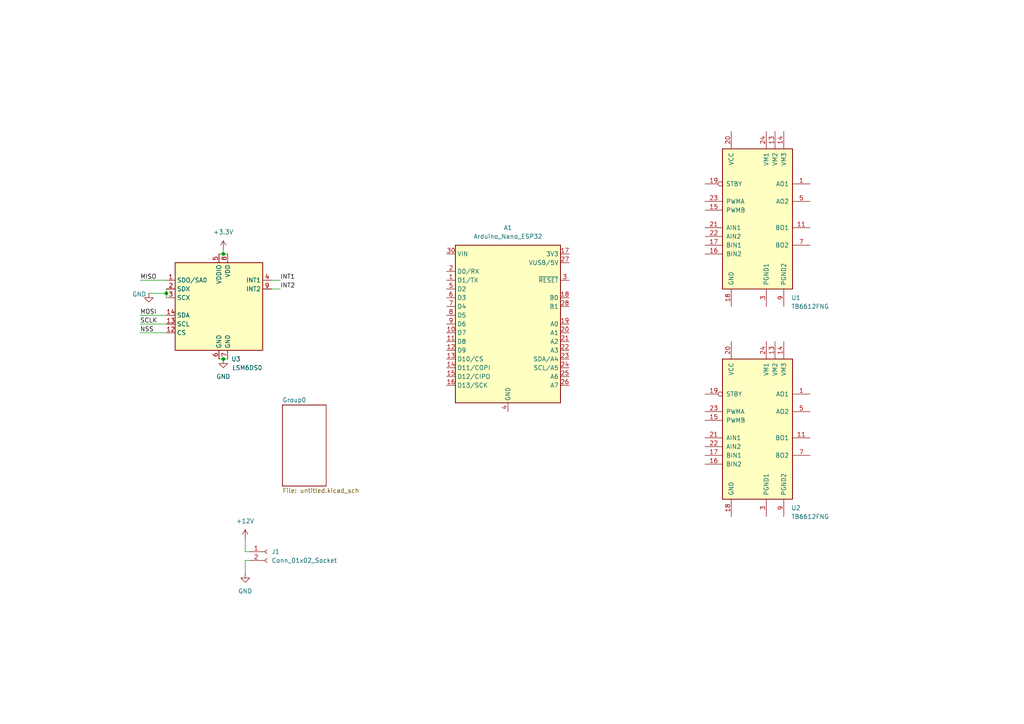
<source format=kicad_sch>
(kicad_sch (version 20250114) (generator "eeschema") (generator_version "9.0")
  (paper "A4")
  (lib_symbols
    (symbol "Connector:Conn_01x02_Socket" (pin_names (offset 1.016) (hide yes))
      (property "Reference" "J" (at 0 2.54 0))
      (property "Value" "Conn_01x02_Socket" (at 0 -5.08 0))
      (symbol "Conn_01x02_Socket_1_1"
        (polyline (pts (xy -1.27 0) (xy -0.508 0)) (stroke (width 0.1524)))
        (polyline (pts (xy -1.27 -2.54) (xy -0.508 -2.54)) (stroke (width 0.1524)))
        (arc (start 0 -0.508) (mid -0.5058 0) (end 0 0.508) (stroke (width 0.1524)))
        (arc (start 0 -3.048) (mid -0.5058 -2.54) (end 0 -2.032) (stroke (width 0.1524)))
        (pin passive line (at -5.08 0 0) (length 3.81) (name "Pin_1") (number "1"))
        (pin passive line (at -5.08 -2.54 0) (length 3.81) (name "Pin_2") (number "2"))
      )
    )
    (symbol "Driver_Motor:TB6612FNG" (pin_names (offset 1.016))
      (property "Reference" "U" (at 11.43 17.78 0))
      (property "Value" "TB6612FNG" (at 11.43 15.24 0))
      (symbol "TB6612FNG_0_1"
        (rectangle (start -10.16 20.32) (end 10.16 -20.32) (stroke (width 0.254)) (fill (type background)))
      )
      (symbol "TB6612FNG_1_1"
        (pin input inverted (at -15.24 10.16 0) (length 5.08) (name "STBY") (number "19"))
        (pin input line (at -15.24 5.08 0) (length 5.08) (name "PWMA") (number "23"))
        (pin input line (at -15.24 2.54 0) (length 5.08) (name "PWMB") (number "15"))
        (pin input line (at -15.24 -2.54 0) (length 5.08) (name "AIN1") (number "21"))
        (pin input line (at -15.24 -5.08 0) (length 5.08) (name "AIN2") (number "22"))
        (pin input line (at -15.24 -7.62 0) (length 5.08) (name "BIN1") (number "17"))
        (pin input line (at -15.24 -10.16 0) (length 5.08) (name "BIN2") (number "16"))
        (pin power_in line (at -7.62 25.4 270) (length 5.08) (name "VCC") (number "20"))
        (pin power_in line (at -7.62 -25.4 90) (length 5.08) (name "GND") (number "18"))
        (pin power_in line (at 2.54 25.4 270) (length 5.08) (name "VM1") (number "24"))
        (pin power_in line (at 2.54 -25.4 90) (length 5.08) (name "PGND1") (number "3"))
        (pin passive line (at 2.54 -25.4 90) (length 5.08) (hide yes) (name "PGND1") (number "4"))
        (pin power_in line (at 5.08 25.4 270) (length 5.08) (name "VM2") (number "13"))
        (pin power_in line (at 7.62 25.4 270) (length 5.08) (name "VM3") (number "14"))
        (pin passive line (at 7.62 -25.4 90) (length 5.08) (hide yes) (name "PGND2") (number "10"))
        (pin power_in line (at 7.62 -25.4 90) (length 5.08) (name "PGND2") (number "9"))
        (pin output line (at 15.24 10.16 180) (length 5.08) (name "AO1") (number "1"))
        (pin passive line (at 15.24 10.16 180) (length 5.08) (hide yes) (name "AO1") (number "2"))
        (pin output line (at 15.24 5.08 180) (length 5.08) (name "AO2") (number "5"))
        (pin passive line (at 15.24 5.08 180) (length 5.08) (hide yes) (name "AO2") (number "6"))
        (pin output line (at 15.24 -2.54 180) (length 5.08) (name "BO1") (number "11"))
        (pin passive line (at 15.24 -2.54 180) (length 5.08) (hide yes) (name "BO1") (number "12"))
        (pin output line (at 15.24 -7.62 180) (length 5.08) (name "BO2") (number "7"))
        (pin passive line (at 15.24 -7.62 180) (length 5.08) (hide yes) (name "BO2") (number "8"))
      )
    )
    (symbol "MCU_Module:Arduino_Nano_ESP32"
      (property "Reference" "A" (at -14.986 23.622 0))
      (property "Value" "Arduino_Nano_ESP32" (at 3.81 -25.654 0))
      (symbol "Arduino_Nano_ESP32_0_1"
        (rectangle (start -15.24 22.86) (end 15.24 -22.86) (stroke (width 0.254)) (fill (type background)))
      )
      (symbol "Arduino_Nano_ESP32_1_1"
        (pin power_in line (at -17.78 20.32 0) (length 2.54) (name "VIN") (number "30"))
        (pin bidirectional line (at -17.78 15.24 0) (length 2.54) (name "D0/RX") (number "2"))
        (pin bidirectional line (at -17.78 12.7 0) (length 2.54) (name "D1/TX") (number "1"))
        (pin bidirectional line (at -17.78 10.16 0) (length 2.54) (name "D2") (number "5"))
        (pin bidirectional line (at -17.78 7.62 0) (length 2.54) (name "D3") (number "6"))
        (pin bidirectional line (at -17.78 5.08 0) (length 2.54) (name "D4") (number "7"))
        (pin bidirectional line (at -17.78 2.54 0) (length 2.54) (name "D5") (number "8"))
        (pin bidirectional line (at -17.78 0 0) (length 2.54) (name "D6") (number "9"))
        (pin bidirectional line (at -17.78 -2.54 0) (length 2.54) (name "D7") (number "10"))
        (pin bidirectional line (at -17.78 -5.08 0) (length 2.54) (name "D8") (number "11"))
        (pin bidirectional line (at -17.78 -7.62 0) (length 2.54) (name "D9") (number "12"))
        (pin bidirectional line (at -17.78 -10.16 0) (length 2.54) (name "D10/CS") (number "13"))
        (pin bidirectional line (at -17.78 -12.7 0) (length 2.54) (name "D11/COPI") (number "14"))
        (pin bidirectional line (at -17.78 -15.24 0) (length 2.54) (name "D12/CIPO") (number "15"))
        (pin bidirectional line (at -17.78 -17.78 0) (length 2.54) (name "D13/SCK") (number "16"))
        (pin passive line (at 0 -25.4 90) (length 2.54) (hide yes) (name "GND") (number "29"))
        (pin power_in line (at 0 -25.4 90) (length 2.54) (name "GND") (number "4"))
        (pin power_out line (at 17.78 20.32 180) (length 2.54) (name "3V3") (number "17"))
        (pin power_out line (at 17.78 17.78 180) (length 2.54) (name "VUSB/5V") (number "27"))
        (pin input line (at 17.78 12.7 180) (length 2.54) (name "~{RESET}") (number "3"))
        (pin bidirectional line (at 17.78 7.62 180) (length 2.54) (name "B0") (number "18"))
        (pin bidirectional line (at 17.78 5.08 180) (length 2.54) (name "B1") (number "28"))
        (pin bidirectional line (at 17.78 0 180) (length 2.54) (name "A0") (number "19"))
        (pin bidirectional line (at 17.78 -2.54 180) (length 2.54) (name "A1") (number "20"))
        (pin bidirectional line (at 17.78 -5.08 180) (length 2.54) (name "A2") (number "21"))
        (pin bidirectional line (at 17.78 -7.62 180) (length 2.54) (name "A3") (number "22"))
        (pin bidirectional line (at 17.78 -10.16 180) (length 2.54) (name "SDA/A4") (number "23"))
        (pin bidirectional line (at 17.78 -12.7 180) (length 2.54) (name "SCL/A5") (number "24"))
        (pin bidirectional line (at 17.78 -15.24 180) (length 2.54) (name "A6") (number "25"))
        (pin bidirectional line (at 17.78 -17.78 180) (length 2.54) (name "A7") (number "26"))
      )
    )
    (symbol "Sensor_Motion:LSM6DSL"
      (property "Reference" "U1" (at 2.1433 -15.24 0))
      (property "Value" "LSM6DSL" (at 2.1433 -17.78 0))
      (symbol "LSM6DSL_0_1"
        (rectangle (start -12.7 12.7) (end 12.7 -12.7) (stroke (width 0.254)) (fill (type background)))
      )
      (symbol "LSM6DSL_1_1"
        (pin bidirectional line (at -15.24 7.62 0) (length 2.54) (name "SDO/SA0") (number "1"))
        (pin bidirectional line (at -15.24 5.08 0) (length 2.54) (name "SDX") (number "2"))
        (pin input line (at -15.24 2.54 0) (length 2.54) (name "SCX") (number "3"))
        (pin bidirectional line (at -15.24 -2.54 0) (length 2.54) (name "SDA") (number "14"))
        (pin input line (at -15.24 -5.08 0) (length 2.54) (name "SCL") (number "13"))
        (pin input line (at -15.24 -7.62 0) (length 2.54) (name "CS") (number "12"))
        (pin power_in line (at 0 15.24 270) (length 2.54) (name "VDDIO") (number "5"))
        (pin power_in line (at 0 -15.24 90) (length 2.54) (name "GND") (number "6"))
        (pin passive line (at 0 -15.24 90) (length 2.54) (hide yes) (name "GND") (number "7"))
        (pin power_in line (at 2.54 15.24 270) (length 2.54) (name "VDD") (number "8"))
        (pin power_in line (at 2.54 -15.24 90) (length 2.54) (name "GND") (number "7"))
        (pin no_connect line (at 12.7 -2.54 180) (length 3.81) (hide yes) (name "NC") (number "11"))
        (pin no_connect line (at 12.7 -5.08 180) (length 3.81) (hide yes) (name "NC") (number "10"))
        (pin output line (at 15.24 7.62 180) (length 2.54) (name "INT1") (number "4"))
        (pin output line (at 15.24 5.08 180) (length 2.54) (name "INT2") (number "9"))
      )
    )
    (symbol "power:+12V" (power) (pin_numbers (hide yes)) (pin_names (offset 0) (hide yes))
      (property "Value" "+12V" (at 0 3.556 0))
      (symbol "+12V_0_1"
        (polyline (pts (xy -0.762 1.27) (xy 0 2.54)))
        (polyline (pts (xy 0 2.54) (xy 0.762 1.27)))
        (polyline (pts (xy 0 0) (xy 0 2.54)))
      )
      (symbol "+12V_1_1"
        (pin power_in line (at 0 0 90) (length 0) (name "~") (number "1"))
      )
    )
    (symbol "power:+3.3V" (power) (pin_numbers (hide yes)) (pin_names (offset 0) (hide yes))
      (property "Value" "+3.3V" (at 0 3.556 0))
      (symbol "+3.3V_0_1"
        (polyline (pts (xy -0.762 1.27) (xy 0 2.54)))
        (polyline (pts (xy 0 2.54) (xy 0.762 1.27)))
        (polyline (pts (xy 0 0) (xy 0 2.54)))
      )
      (symbol "+3.3V_1_1"
        (pin power_in line (at 0 0 90) (length 0) (name "~") (number "1"))
      )
    )
    (symbol "power:GND" (power) (pin_numbers (hide yes)) (pin_names (offset 0) (hide yes))
      (property "Value" "GND" (at 0 -3.81 0))
      (symbol "GND_0_1"
        (polyline (pts (xy 0 0) (xy 0 -1.27) (xy 1.27 -1.27) (xy 0 -2.54) (xy -1.27 -1.27) (xy 0 -1.27)))
      )
      (symbol "GND_1_1"
        (pin power_in line (at 0 0 270) (length 0) (name "~") (number "1"))
      )
    )
  )
  (junction (at 48.26 85.09))
  (junction (at 64.77 73.66))
  (junction (at 64.77 104.14))
  (wire (pts (xy 78.74 83.82) (xy 81.28 83.82)))
  (wire (pts (xy 64.77 73.66) (xy 66.04 73.66)))
  (wire (pts (xy 71.12 156.21) (xy 71.12 160.02)))
  (wire (pts (xy 40.64 91.44) (xy 48.26 91.44)))
  (wire (pts (xy 40.64 81.28) (xy 48.26 81.28)))
  (wire (pts (xy 63.5 73.66) (xy 64.77 73.66)))
  (wire (pts (xy 43.18 85.09) (xy 48.26 85.09)))
  (wire (pts (xy 78.74 81.28) (xy 81.28 81.28)))
  (wire (pts (xy 72.39 160.02) (xy 71.12 160.02)))
  (wire (pts (xy 40.64 93.98) (xy 48.26 93.98)))
  (wire (pts (xy 64.77 104.14) (xy 66.04 104.14)))
  (wire (pts (xy 72.39 162.56) (xy 71.12 162.56)))
  (wire (pts (xy 40.64 96.52) (xy 48.26 96.52)))
  (wire (pts (xy 48.26 85.09) (xy 48.26 86.36)))
  (wire (pts (xy 63.5 104.14) (xy 64.77 104.14)))
  (wire (pts (xy 48.26 83.82) (xy 48.26 85.09)))
  (wire (pts (xy 71.12 162.56) (xy 71.12 166.37)))
  (wire (pts (xy 64.77 72.39) (xy 64.77 73.66)))
  (label "MOSI" (at 40.64 91.44 0))
  (label "SCLK" (at 40.64 93.98 0))
  (label "INT2" (at 81.28 83.82 0))
  (label "INT1" (at 81.28 81.28 0))
  (label "MISO" (at 40.64 81.28 0))
  (label "NSS" (at 40.64 96.52 0))
  (symbol (lib_id "Connector:Conn_01x02_Socket") (at 77.47 160.02 0) (unit 1)
    (property "Reference" "J1" (at 78.74 160.0199 0) (effects (justify left)))
    (property "Value" "Conn_01x02_Socket" (at 78.74 162.5599 0) (effects (justify left)))
    (property "Footprint" "Connector_AMASS:AMASS_XT60PW-F_1x02_P7.20mm_Horizontal" (effects (hide yes)))
    (property "Description" "Generic connector, single row, 01x02, script generated" (effects (hide yes)))
  )
  (symbol (lib_id "power:GND") (at 43.18 85.09 0) (unit 1)
    (property "Reference" "#PWR07" (effects (hide yes)))
    (property "Value" "GND" (at 40.386 85.344 0))
    (property "Description" "Power symbol creates a global label with name \"GND\" , ground" (effects (hide yes)))
  )
  (symbol (lib_id "power:GND") (at 71.12 166.37 0) (unit 1)
    (property "Reference" "#PWR01" (effects (hide yes)))
    (property "Value" "GND" (at 71.12 171.45 0))
    (property "Description" "Power symbol creates a global label with name \"GND\" , ground" (effects (hide yes)))
  )
  (symbol (lib_id "power:+12V") (at 71.12 156.21 0) (unit 1)
    (property "Reference" "#PWR02" (effects (hide yes)))
    (property "Value" "+12V" (at 71.12 151.13 0))
    (property "Description" "Power symbol creates a global label with name \"+12V\"" (effects (hide yes)))
  )
  (symbol (lib_id "Driver_Motor:TB6612FNG") (at 219.71 124.46 0) (unit 1)
    (property "Reference" "U2" (at 229.4733 147.32 0) (effects (justify left)))
    (property "Value" "TB6612FNG" (at 229.4733 149.86 0) (effects (justify left)))
    (property "Footprint" "Package_SO:SSOP-24_5.3x8.2mm_P0.65mm" (effects (hide yes)))
    (property "Datasheet" "https://toshiba.semicon-storage.com/us/product/linear/motordriver/detail.TB6612FNG.html" (effects (hide yes)))
    (property "Description" "Driver IC for Dual DC motor, SSOP-24" (effects (hide yes)))
  )
  (symbol (lib_id "Sensor_Motion:LSM6DSL") (at 63.5 88.9 0) (unit 1)
    (property "Reference" "U3" (at 67.056 104.14 0) (effects (justify left)))
    (property "Value" "LSM6DS0" (at 67.31 106.68 0) (effects (justify left)))
    (property "Footprint" "Package_LGA:LGA-14_3x2.5mm_P0.5mm_LayoutBorder3x4y" (effects (hide yes)))
    (property "Datasheet" "https://www.st.com/resource/en/datasheet/lsm6dsl.pdf" (effects (hide yes)))
    (property "Description" "I2C/SPI, iNEMO inertial module: always-on 3D accelerometer and 3D gyroscope, 1.71V to 3.6V VCC" (effects (hide yes)))
  )
  (symbol (lib_id "power:GND") (at 64.77 104.14 0) (unit 1)
    (property "Reference" "#PWR06" (effects (hide yes)))
    (property "Value" "GND" (at 64.77 109.22 0))
    (property "Description" "Power symbol creates a global label with name \"GND\" , ground" (effects (hide yes)))
  )
  (symbol (lib_id "Driver_Motor:TB6612FNG") (at 219.71 63.5 0) (unit 1)
    (property "Reference" "U1" (at 229.4733 86.36 0) (effects (justify left)))
    (property "Value" "TB6612FNG" (at 229.4733 88.9 0) (effects (justify left)))
    (property "Footprint" "Package_SO:SSOP-24_5.3x8.2mm_P0.65mm" (effects (hide yes)))
    (property "Datasheet" "https://toshiba.semicon-storage.com/us/product/linear/motordriver/detail.TB6612FNG.html" (effects (hide yes)))
    (property "Description" "Driver IC for Dual DC motor, SSOP-24" (effects (hide yes)))
  )
  (symbol (lib_id "MCU_Module:Arduino_Nano_ESP32") (at 147.32 93.98 0) (unit 1)
    (property "Reference" "A1" (at 147.32 66.04 0))
    (property "Value" "Arduino_Nano_ESP32" (at 147.32 68.58 0))
    (property "Footprint" "Module:Arduino_Nano" (effects (hide yes)))
    (property "Datasheet" "https://docs.arduino.cc/resources/datasheets/ABX00083-datasheet.pdf" (effects (hide yes)))
    (property "Description" "Arduino Nano board based on the ESP32-S3 with a dual-core 240 MHz processor, 384 kB ROM, 512 kB SRAM. Operates at 3.3V, with 5V USB-C® input and 6-21V VIN. Features Wi-Fi®, Bluetooth® LE, digital and analog pins, and supports SPI, I2C, UART, I2S, and CAN." (effects (hide yes)))
  )
  (symbol (lib_id "power:+3.3V") (at 64.77 72.39 0) (unit 1)
    (property "Reference" "#PWR05" (effects (hide yes)))
    (property "Value" "+3.3V" (at 64.77 67.31 0))
    (property "Description" "Power symbol creates a global label with name \"+3.3V\"" (effects (hide yes)))
  )
  (sheet (at 81.915 117.475) (size 12.7 23.495) (stroke (width 0.1524))
    (property "Sheetname" "Group0" (at 81.915 116.7634 0) (effects (justify left bottom)))
    (property "Sheetfile" "untitled.kicad_sch" (at 81.915 141.5546 0) (effects (justify left top)))
  )
)
</source>
